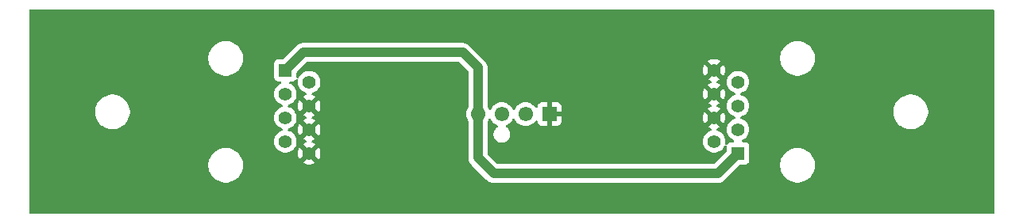
<source format=gbr>
%TF.GenerationSoftware,KiCad,Pcbnew,8.0.8*%
%TF.CreationDate,2025-03-10T16:10:23+01:00*%
%TF.ProjectId,DIYFAN _interface_V1,44495946-414e-4205-9f69-6e7465726661,rev?*%
%TF.SameCoordinates,Original*%
%TF.FileFunction,Copper,L2,Bot*%
%TF.FilePolarity,Positive*%
%FSLAX46Y46*%
G04 Gerber Fmt 4.6, Leading zero omitted, Abs format (unit mm)*
G04 Created by KiCad (PCBNEW 8.0.8) date 2025-03-10 16:10:23*
%MOMM*%
%LPD*%
G01*
G04 APERTURE LIST*
%TA.AperFunction,ComponentPad*%
%ADD10C,1.400000*%
%TD*%
%TA.AperFunction,ComponentPad*%
%ADD11R,1.400000X1.400000*%
%TD*%
%TA.AperFunction,ComponentPad*%
%ADD12R,1.530000X1.530000*%
%TD*%
%TA.AperFunction,ComponentPad*%
%ADD13C,1.550000*%
%TD*%
%TA.AperFunction,Conductor*%
%ADD14C,1.000000*%
%TD*%
G04 APERTURE END LIST*
D10*
%TO.P,J2,8,8*%
%TO.N,GND*%
X172842000Y-85725000D03*
%TO.P,J2,7,7*%
%TO.N,+12V*%
X175382000Y-86995000D03*
%TO.P,J2,6,6*%
%TO.N,GND*%
X172842000Y-88265000D03*
%TO.P,J2,5,5*%
%TO.N,+12V*%
X175382000Y-89535000D03*
%TO.P,J2,4,4*%
%TO.N,GND*%
X172842000Y-90805000D03*
%TO.P,J2,3,3*%
%TO.N,+12V*%
X175382000Y-92075000D03*
%TO.P,J2,2,2*%
%TO.N,unconnected-(J2-Pad2)*%
X172842000Y-93345000D03*
D11*
%TO.P,J2,1,1*%
%TO.N,PWM_D9*%
X175382000Y-94615000D03*
%TD*%
%TO.P,J1,1,1*%
%TO.N,PWM_D9*%
X127132000Y-85725000D03*
D10*
%TO.P,J1,2,2*%
%TO.N,unconnected-(J1-Pad2)*%
X129672000Y-86995000D03*
%TO.P,J1,3,3*%
%TO.N,+12V*%
X127132000Y-88265000D03*
%TO.P,J1,4,4*%
%TO.N,GND*%
X129672000Y-89535000D03*
%TO.P,J1,5,5*%
%TO.N,+12V*%
X127132000Y-90805000D03*
%TO.P,J1,6,6*%
%TO.N,GND*%
X129672000Y-92075000D03*
%TO.P,J1,7,7*%
%TO.N,+12V*%
X127132000Y-93345000D03*
%TO.P,J1,8,8*%
%TO.N,GND*%
X129672000Y-94615000D03*
%TD*%
D12*
%TO.P,J3,1,1*%
%TO.N,GND*%
X155286000Y-90415000D03*
D13*
%TO.P,J3,2,2*%
%TO.N,+12V*%
X152746000Y-90415000D03*
%TO.P,J3,3,3*%
%TO.N,unconnected-(J3-Pad3)*%
X150206000Y-90415000D03*
%TO.P,J3,4,4*%
%TO.N,PWM_D9*%
X147666000Y-90415000D03*
%TD*%
D14*
%TO.N,PWM_D9*%
X147666000Y-95088000D02*
X147666000Y-90415000D01*
X146050000Y-83820000D02*
X147666000Y-85436000D01*
X147666000Y-85436000D02*
X147666000Y-90415000D01*
X129037000Y-83820000D02*
X146050000Y-83820000D01*
X149352000Y-96774000D02*
X147666000Y-95088000D01*
X175382000Y-94615000D02*
X173223000Y-96774000D01*
X173223000Y-96774000D02*
X149352000Y-96774000D01*
X127132000Y-85725000D02*
X129037000Y-83820000D01*
%TD*%
%TA.AperFunction,Conductor*%
%TO.N,GND*%
G36*
X202642539Y-79260185D02*
G01*
X202688294Y-79312989D01*
X202699500Y-79364500D01*
X202699500Y-100975500D01*
X202679815Y-101042539D01*
X202627011Y-101088294D01*
X202575500Y-101099500D01*
X99938500Y-101099500D01*
X99871461Y-101079815D01*
X99825706Y-101027011D01*
X99814500Y-100975500D01*
X99814500Y-95763711D01*
X118931500Y-95763711D01*
X118931500Y-96006288D01*
X118963161Y-96246785D01*
X119025947Y-96481104D01*
X119118773Y-96705205D01*
X119118776Y-96705212D01*
X119240064Y-96915289D01*
X119240066Y-96915292D01*
X119240067Y-96915293D01*
X119387733Y-97107736D01*
X119387739Y-97107743D01*
X119559256Y-97279260D01*
X119559262Y-97279265D01*
X119751711Y-97426936D01*
X119961788Y-97548224D01*
X120185900Y-97641054D01*
X120420211Y-97703838D01*
X120600586Y-97727584D01*
X120660711Y-97735500D01*
X120660712Y-97735500D01*
X120903289Y-97735500D01*
X120951388Y-97729167D01*
X121143789Y-97703838D01*
X121378100Y-97641054D01*
X121602212Y-97548224D01*
X121812289Y-97426936D01*
X122004738Y-97279265D01*
X122176265Y-97107738D01*
X122323936Y-96915289D01*
X122445224Y-96705212D01*
X122538054Y-96481100D01*
X122600838Y-96246789D01*
X122632500Y-96006288D01*
X122632500Y-95763712D01*
X122631852Y-95758793D01*
X122605330Y-95557331D01*
X122600838Y-95523211D01*
X122538054Y-95288900D01*
X122445224Y-95064788D01*
X122323936Y-94854711D01*
X122176265Y-94662262D01*
X122176260Y-94662256D01*
X122004743Y-94490739D01*
X122004736Y-94490733D01*
X121812293Y-94343067D01*
X121812292Y-94343066D01*
X121812289Y-94343064D01*
X121602212Y-94221776D01*
X121602205Y-94221773D01*
X121378104Y-94128947D01*
X121143785Y-94066161D01*
X120903289Y-94034500D01*
X120903288Y-94034500D01*
X120660712Y-94034500D01*
X120660711Y-94034500D01*
X120420214Y-94066161D01*
X120185895Y-94128947D01*
X119961794Y-94221773D01*
X119961785Y-94221777D01*
X119751706Y-94343067D01*
X119559263Y-94490733D01*
X119559256Y-94490739D01*
X119387739Y-94662256D01*
X119387733Y-94662263D01*
X119240067Y-94854706D01*
X119118777Y-95064785D01*
X119118773Y-95064794D01*
X119025947Y-95288895D01*
X118963161Y-95523214D01*
X118931500Y-95763711D01*
X99814500Y-95763711D01*
X99814500Y-90048711D01*
X106861500Y-90048711D01*
X106861500Y-90291288D01*
X106893161Y-90531785D01*
X106955947Y-90766104D01*
X107048773Y-90990205D01*
X107048777Y-90990214D01*
X107051975Y-90995753D01*
X107170064Y-91200289D01*
X107170066Y-91200292D01*
X107170067Y-91200293D01*
X107317733Y-91392736D01*
X107317739Y-91392743D01*
X107489256Y-91564260D01*
X107489263Y-91564266D01*
X107587260Y-91639461D01*
X107681711Y-91711936D01*
X107891788Y-91833224D01*
X108115900Y-91926054D01*
X108350211Y-91988838D01*
X108530586Y-92012584D01*
X108590711Y-92020500D01*
X108590712Y-92020500D01*
X108833289Y-92020500D01*
X108883125Y-92013939D01*
X109073789Y-91988838D01*
X109308100Y-91926054D01*
X109532212Y-91833224D01*
X109742289Y-91711936D01*
X109934738Y-91564265D01*
X110106265Y-91392738D01*
X110253936Y-91200289D01*
X110375224Y-90990212D01*
X110468054Y-90766100D01*
X110530838Y-90531789D01*
X110562500Y-90291288D01*
X110562500Y-90048712D01*
X110530838Y-89808211D01*
X110468054Y-89573900D01*
X110375224Y-89349788D01*
X110253936Y-89139711D01*
X110106265Y-88947262D01*
X110106260Y-88947256D01*
X109934743Y-88775739D01*
X109934736Y-88775733D01*
X109742293Y-88628067D01*
X109742292Y-88628066D01*
X109742289Y-88628064D01*
X109532212Y-88506776D01*
X109483351Y-88486537D01*
X109308104Y-88413947D01*
X109162152Y-88374839D01*
X109073789Y-88351162D01*
X109073788Y-88351161D01*
X109073785Y-88351161D01*
X108833289Y-88319500D01*
X108833288Y-88319500D01*
X108590712Y-88319500D01*
X108590711Y-88319500D01*
X108350214Y-88351161D01*
X108115895Y-88413947D01*
X107891794Y-88506773D01*
X107891785Y-88506777D01*
X107681706Y-88628067D01*
X107489263Y-88775733D01*
X107489256Y-88775739D01*
X107317739Y-88947256D01*
X107317733Y-88947263D01*
X107170067Y-89139706D01*
X107170064Y-89139710D01*
X107170064Y-89139711D01*
X107160428Y-89156401D01*
X107048777Y-89349785D01*
X107048773Y-89349794D01*
X106955947Y-89573895D01*
X106893161Y-89808214D01*
X106861500Y-90048711D01*
X99814500Y-90048711D01*
X99814500Y-88264999D01*
X125926357Y-88264999D01*
X125926357Y-88265000D01*
X125946884Y-88486535D01*
X125946885Y-88486537D01*
X126007769Y-88700523D01*
X126007775Y-88700538D01*
X126106938Y-88899683D01*
X126106943Y-88899691D01*
X126241020Y-89077238D01*
X126405437Y-89227123D01*
X126405439Y-89227125D01*
X126594595Y-89344245D01*
X126594596Y-89344245D01*
X126594599Y-89344247D01*
X126788524Y-89419374D01*
X126843924Y-89461946D01*
X126867515Y-89527713D01*
X126851804Y-89595793D01*
X126801780Y-89644572D01*
X126788533Y-89650622D01*
X126640488Y-89707975D01*
X126594601Y-89725752D01*
X126594595Y-89725754D01*
X126405439Y-89842874D01*
X126405437Y-89842876D01*
X126241020Y-89992761D01*
X126106943Y-90170308D01*
X126106938Y-90170316D01*
X126007775Y-90369461D01*
X126007769Y-90369476D01*
X125946885Y-90583462D01*
X125946884Y-90583464D01*
X125926357Y-90804999D01*
X125926357Y-90805000D01*
X125946884Y-91026535D01*
X125946885Y-91026537D01*
X126007769Y-91240523D01*
X126007775Y-91240538D01*
X126106938Y-91439683D01*
X126106943Y-91439691D01*
X126241020Y-91617238D01*
X126405437Y-91767123D01*
X126405439Y-91767125D01*
X126594595Y-91884245D01*
X126594596Y-91884245D01*
X126594599Y-91884247D01*
X126788524Y-91959374D01*
X126843924Y-92001946D01*
X126867515Y-92067713D01*
X126851804Y-92135793D01*
X126801780Y-92184572D01*
X126788533Y-92190622D01*
X126640488Y-92247975D01*
X126594601Y-92265752D01*
X126594595Y-92265754D01*
X126405439Y-92382874D01*
X126405437Y-92382876D01*
X126241020Y-92532761D01*
X126106943Y-92710308D01*
X126106938Y-92710316D01*
X126007775Y-92909461D01*
X126007769Y-92909476D01*
X125946885Y-93123462D01*
X125946884Y-93123464D01*
X125926357Y-93344999D01*
X125926357Y-93345000D01*
X125946884Y-93566535D01*
X125946885Y-93566537D01*
X126007769Y-93780523D01*
X126007775Y-93780538D01*
X126106938Y-93979683D01*
X126106943Y-93979691D01*
X126241020Y-94157238D01*
X126405437Y-94307123D01*
X126405439Y-94307125D01*
X126594595Y-94424245D01*
X126594596Y-94424245D01*
X126594599Y-94424247D01*
X126802060Y-94504618D01*
X127020757Y-94545500D01*
X127020759Y-94545500D01*
X127243241Y-94545500D01*
X127243243Y-94545500D01*
X127461940Y-94504618D01*
X127669401Y-94424247D01*
X127858562Y-94307124D01*
X128022981Y-94157236D01*
X128157058Y-93979689D01*
X128256229Y-93780528D01*
X128317115Y-93566536D01*
X128337643Y-93345000D01*
X128331917Y-93283211D01*
X128317115Y-93123464D01*
X128317114Y-93123462D01*
X128282426Y-93001547D01*
X128256229Y-92909472D01*
X128245157Y-92887236D01*
X128157061Y-92710316D01*
X128157056Y-92710308D01*
X128022979Y-92532761D01*
X127858562Y-92382876D01*
X127858560Y-92382874D01*
X127669404Y-92265754D01*
X127669395Y-92265750D01*
X127575956Y-92229552D01*
X127475475Y-92190625D01*
X127420075Y-92148054D01*
X127396484Y-92082288D01*
X127412195Y-92014207D01*
X127462219Y-91965428D01*
X127475466Y-91959377D01*
X127669401Y-91884247D01*
X127858562Y-91767124D01*
X128022981Y-91617236D01*
X128157058Y-91439689D01*
X128256229Y-91240528D01*
X128317115Y-91026536D01*
X128337643Y-90805000D01*
X128334038Y-90766100D01*
X128317115Y-90583464D01*
X128317114Y-90583462D01*
X128301531Y-90528694D01*
X128256229Y-90369472D01*
X128168187Y-90192660D01*
X128157061Y-90170316D01*
X128157056Y-90170308D01*
X128022979Y-89992761D01*
X127858562Y-89842876D01*
X127858560Y-89842874D01*
X127669404Y-89725754D01*
X127669395Y-89725750D01*
X127566487Y-89685884D01*
X127475475Y-89650625D01*
X127420075Y-89608054D01*
X127396484Y-89542288D01*
X127412195Y-89474207D01*
X127462219Y-89425428D01*
X127475466Y-89419377D01*
X127669401Y-89344247D01*
X127858562Y-89227124D01*
X128022981Y-89077236D01*
X128157058Y-88899689D01*
X128256229Y-88700528D01*
X128317115Y-88486536D01*
X128337643Y-88265000D01*
X128326953Y-88149640D01*
X128317115Y-88043464D01*
X128317114Y-88043462D01*
X128301531Y-87988694D01*
X128256229Y-87829472D01*
X128245157Y-87807236D01*
X128157061Y-87630316D01*
X128157056Y-87630308D01*
X128022979Y-87452761D01*
X127858562Y-87302876D01*
X127858560Y-87302874D01*
X127669404Y-87185754D01*
X127669395Y-87185750D01*
X127616157Y-87165126D01*
X127560755Y-87122553D01*
X127537164Y-87056786D01*
X127552875Y-86988706D01*
X127602899Y-86939927D01*
X127660949Y-86925499D01*
X127879872Y-86925499D01*
X127939483Y-86919091D01*
X128074331Y-86868796D01*
X128189546Y-86782546D01*
X128264659Y-86682207D01*
X128320590Y-86640339D01*
X128390281Y-86635355D01*
X128451604Y-86668840D01*
X128485089Y-86730163D01*
X128487394Y-86767962D01*
X128466357Y-86994998D01*
X128466357Y-86995000D01*
X128486884Y-87216535D01*
X128486885Y-87216537D01*
X128547769Y-87430523D01*
X128547775Y-87430538D01*
X128646938Y-87629683D01*
X128646943Y-87629691D01*
X128781020Y-87807238D01*
X128945437Y-87957123D01*
X128945439Y-87957125D01*
X129134595Y-88074245D01*
X129134596Y-88074245D01*
X129134599Y-88074247D01*
X129329215Y-88149642D01*
X129384614Y-88192213D01*
X129408205Y-88257980D01*
X129392494Y-88326060D01*
X129342470Y-88374839D01*
X129329213Y-88380893D01*
X129134833Y-88456196D01*
X129134818Y-88456204D01*
X129018672Y-88528117D01*
X129018671Y-88528118D01*
X129583415Y-89092861D01*
X129498306Y-89115667D01*
X129395694Y-89174910D01*
X129311910Y-89258694D01*
X129252667Y-89361306D01*
X129229861Y-89446414D01*
X128663138Y-88879691D01*
X128663137Y-88879691D01*
X128647369Y-88900571D01*
X128548240Y-89099649D01*
X128487378Y-89313560D01*
X128466859Y-89534999D01*
X128466859Y-89535000D01*
X128487378Y-89756439D01*
X128548240Y-89970350D01*
X128647364Y-90169419D01*
X128647366Y-90169421D01*
X128663138Y-90190306D01*
X129229861Y-89623584D01*
X129252667Y-89708694D01*
X129311910Y-89811306D01*
X129395694Y-89895090D01*
X129498306Y-89954333D01*
X129583415Y-89977138D01*
X129018671Y-90541880D01*
X129134823Y-90613798D01*
X129134824Y-90613799D01*
X129329903Y-90689373D01*
X129385305Y-90731946D01*
X129408895Y-90797713D01*
X129393184Y-90865793D01*
X129343160Y-90914572D01*
X129329903Y-90920627D01*
X129134824Y-90996200D01*
X129134818Y-90996204D01*
X129018672Y-91068117D01*
X129018671Y-91068118D01*
X129583415Y-91632861D01*
X129498306Y-91655667D01*
X129395694Y-91714910D01*
X129311910Y-91798694D01*
X129252667Y-91901306D01*
X129229861Y-91986414D01*
X128663138Y-91419691D01*
X128663137Y-91419691D01*
X128647369Y-91440571D01*
X128548240Y-91639649D01*
X128487378Y-91853560D01*
X128466859Y-92074999D01*
X128466859Y-92075000D01*
X128487378Y-92296439D01*
X128548240Y-92510350D01*
X128647364Y-92709419D01*
X128647366Y-92709421D01*
X128663138Y-92730306D01*
X129229861Y-92163584D01*
X129252667Y-92248694D01*
X129311910Y-92351306D01*
X129395694Y-92435090D01*
X129498306Y-92494333D01*
X129583415Y-92517138D01*
X129018671Y-93081880D01*
X129134823Y-93153798D01*
X129134824Y-93153799D01*
X129329903Y-93229373D01*
X129385305Y-93271946D01*
X129408895Y-93337713D01*
X129393184Y-93405793D01*
X129343160Y-93454572D01*
X129329903Y-93460627D01*
X129134824Y-93536200D01*
X129134818Y-93536204D01*
X129018672Y-93608117D01*
X129018671Y-93608118D01*
X129583415Y-94172861D01*
X129498306Y-94195667D01*
X129395694Y-94254910D01*
X129311910Y-94338694D01*
X129252667Y-94441306D01*
X129229861Y-94526414D01*
X128663138Y-93959691D01*
X128663137Y-93959691D01*
X128647369Y-93980571D01*
X128548240Y-94179649D01*
X128487378Y-94393560D01*
X128466859Y-94614999D01*
X128466859Y-94615000D01*
X128487378Y-94836439D01*
X128548240Y-95050350D01*
X128647364Y-95249419D01*
X128647366Y-95249421D01*
X128663138Y-95270306D01*
X129229861Y-94703584D01*
X129252667Y-94788694D01*
X129311910Y-94891306D01*
X129395694Y-94975090D01*
X129498306Y-95034333D01*
X129583415Y-95057138D01*
X129018671Y-95621880D01*
X129134823Y-95693798D01*
X129134824Y-95693799D01*
X129342195Y-95774134D01*
X129560807Y-95815000D01*
X129783193Y-95815000D01*
X130001804Y-95774134D01*
X130209177Y-95693798D01*
X130209178Y-95693797D01*
X130325327Y-95621880D01*
X129760585Y-95057138D01*
X129845694Y-95034333D01*
X129948306Y-94975090D01*
X130032090Y-94891306D01*
X130091333Y-94788694D01*
X130114138Y-94703584D01*
X130680860Y-95270306D01*
X130680861Y-95270306D01*
X130696631Y-95249425D01*
X130696632Y-95249422D01*
X130795759Y-95050350D01*
X130856621Y-94836439D01*
X130877141Y-94615000D01*
X130877141Y-94614999D01*
X130856621Y-94393560D01*
X130795759Y-94179649D01*
X130696633Y-93980577D01*
X130696631Y-93980574D01*
X130680860Y-93959691D01*
X130114137Y-94526414D01*
X130091333Y-94441306D01*
X130032090Y-94338694D01*
X129948306Y-94254910D01*
X129845694Y-94195667D01*
X129760584Y-94172861D01*
X130325327Y-93608118D01*
X130325326Y-93608117D01*
X130209181Y-93536203D01*
X130209175Y-93536200D01*
X130014096Y-93460627D01*
X129958695Y-93418054D01*
X129935104Y-93352287D01*
X129950815Y-93284207D01*
X130000839Y-93235428D01*
X130014096Y-93229373D01*
X130209177Y-93153798D01*
X130209178Y-93153797D01*
X130325327Y-93081880D01*
X129760585Y-92517138D01*
X129845694Y-92494333D01*
X129948306Y-92435090D01*
X130032090Y-92351306D01*
X130091333Y-92248694D01*
X130114138Y-92163584D01*
X130680860Y-92730306D01*
X130680861Y-92730306D01*
X130696631Y-92709425D01*
X130696632Y-92709422D01*
X130795759Y-92510350D01*
X130856621Y-92296439D01*
X130877141Y-92075000D01*
X130877141Y-92074999D01*
X130856621Y-91853560D01*
X130795759Y-91639649D01*
X130696633Y-91440577D01*
X130696631Y-91440574D01*
X130680860Y-91419691D01*
X130114137Y-91986414D01*
X130091333Y-91901306D01*
X130032090Y-91798694D01*
X129948306Y-91714910D01*
X129845694Y-91655667D01*
X129760584Y-91632861D01*
X130325327Y-91068118D01*
X130325326Y-91068117D01*
X130209181Y-90996203D01*
X130209175Y-90996200D01*
X130014096Y-90920627D01*
X129958695Y-90878054D01*
X129935104Y-90812287D01*
X129950815Y-90744207D01*
X130000839Y-90695428D01*
X130014096Y-90689373D01*
X130209177Y-90613798D01*
X130209178Y-90613797D01*
X130325327Y-90541880D01*
X129760585Y-89977138D01*
X129845694Y-89954333D01*
X129948306Y-89895090D01*
X130032090Y-89811306D01*
X130091333Y-89708694D01*
X130114138Y-89623584D01*
X130680860Y-90190306D01*
X130680861Y-90190306D01*
X130696631Y-90169425D01*
X130696632Y-90169422D01*
X130795759Y-89970350D01*
X130856621Y-89756439D01*
X130877141Y-89535000D01*
X130877141Y-89534999D01*
X130856621Y-89313560D01*
X130795759Y-89099649D01*
X130696633Y-88900577D01*
X130696631Y-88900574D01*
X130680860Y-88879691D01*
X130114137Y-89446414D01*
X130091333Y-89361306D01*
X130032090Y-89258694D01*
X129948306Y-89174910D01*
X129845694Y-89115667D01*
X129760584Y-89092861D01*
X130325327Y-88528118D01*
X130325326Y-88528117D01*
X130209181Y-88456203D01*
X130209175Y-88456200D01*
X130014786Y-88380894D01*
X129959384Y-88338321D01*
X129935794Y-88272554D01*
X129951505Y-88204474D01*
X130001529Y-88155695D01*
X130014772Y-88149646D01*
X130209401Y-88074247D01*
X130398562Y-87957124D01*
X130562981Y-87807236D01*
X130697058Y-87629689D01*
X130796229Y-87430528D01*
X130857115Y-87216536D01*
X130877643Y-86995000D01*
X130857115Y-86773464D01*
X130796229Y-86559472D01*
X130782790Y-86532483D01*
X130697061Y-86360316D01*
X130697056Y-86360308D01*
X130562979Y-86182761D01*
X130398562Y-86032876D01*
X130398560Y-86032874D01*
X130209404Y-85915754D01*
X130209398Y-85915752D01*
X130001940Y-85835382D01*
X129783243Y-85794500D01*
X129560757Y-85794500D01*
X129342060Y-85835382D01*
X129303243Y-85850420D01*
X129134601Y-85915752D01*
X129134595Y-85915754D01*
X128945439Y-86032874D01*
X128945437Y-86032876D01*
X128781020Y-86182761D01*
X128646943Y-86360308D01*
X128646938Y-86360316D01*
X128567499Y-86519850D01*
X128519995Y-86571087D01*
X128452332Y-86588508D01*
X128385992Y-86566582D01*
X128342037Y-86512270D01*
X128332499Y-86464582D01*
X128332499Y-85990780D01*
X128352184Y-85923742D01*
X128368813Y-85903105D01*
X129415101Y-84856819D01*
X129476424Y-84823334D01*
X129502782Y-84820500D01*
X145584218Y-84820500D01*
X145651257Y-84840185D01*
X145671899Y-84856819D01*
X146629181Y-85814101D01*
X146662666Y-85875424D01*
X146665500Y-85901782D01*
X146665500Y-89580998D01*
X146645815Y-89648037D01*
X146643075Y-89652121D01*
X146557167Y-89774809D01*
X146557165Y-89774813D01*
X146483929Y-89931869D01*
X146465903Y-89970528D01*
X146462845Y-89977085D01*
X146462841Y-89977094D01*
X146405081Y-90192660D01*
X146405079Y-90192670D01*
X146385628Y-90414999D01*
X146385628Y-90415000D01*
X146405079Y-90637329D01*
X146405081Y-90637339D01*
X146462841Y-90852905D01*
X146462843Y-90852909D01*
X146462844Y-90852913D01*
X146543760Y-91026439D01*
X146557165Y-91055186D01*
X146557169Y-91055192D01*
X146643074Y-91177876D01*
X146665402Y-91244082D01*
X146665500Y-91249000D01*
X146665500Y-95186541D01*
X146665500Y-95186543D01*
X146665499Y-95186543D01*
X146703947Y-95379829D01*
X146703950Y-95379839D01*
X146779364Y-95561907D01*
X146779371Y-95561920D01*
X146888860Y-95725781D01*
X146888863Y-95725785D01*
X147032537Y-95869459D01*
X147032559Y-95869479D01*
X148571735Y-97408655D01*
X148571764Y-97408686D01*
X148714214Y-97551136D01*
X148714218Y-97551139D01*
X148878079Y-97660628D01*
X148878092Y-97660635D01*
X149006833Y-97713961D01*
X149049744Y-97731735D01*
X149060164Y-97736051D01*
X149156812Y-97755275D01*
X149205135Y-97764887D01*
X149253458Y-97774500D01*
X149253459Y-97774500D01*
X173321542Y-97774500D01*
X173340870Y-97770655D01*
X173418188Y-97755275D01*
X173514836Y-97736051D01*
X173568165Y-97713961D01*
X173696914Y-97660632D01*
X173860782Y-97551139D01*
X174000139Y-97411782D01*
X174000140Y-97411779D01*
X174007206Y-97404714D01*
X174007209Y-97404710D01*
X175560101Y-95851818D01*
X175621424Y-95818333D01*
X175647782Y-95815499D01*
X176129871Y-95815499D01*
X176129872Y-95815499D01*
X176189483Y-95809091D01*
X176311153Y-95763711D01*
X179881500Y-95763711D01*
X179881500Y-96006288D01*
X179913161Y-96246785D01*
X179975947Y-96481104D01*
X180068773Y-96705205D01*
X180068776Y-96705212D01*
X180190064Y-96915289D01*
X180190066Y-96915292D01*
X180190067Y-96915293D01*
X180337733Y-97107736D01*
X180337739Y-97107743D01*
X180509256Y-97279260D01*
X180509262Y-97279265D01*
X180701711Y-97426936D01*
X180911788Y-97548224D01*
X181135900Y-97641054D01*
X181370211Y-97703838D01*
X181550586Y-97727584D01*
X181610711Y-97735500D01*
X181610712Y-97735500D01*
X181853289Y-97735500D01*
X181901388Y-97729167D01*
X182093789Y-97703838D01*
X182328100Y-97641054D01*
X182552212Y-97548224D01*
X182762289Y-97426936D01*
X182954738Y-97279265D01*
X183126265Y-97107738D01*
X183273936Y-96915289D01*
X183395224Y-96705212D01*
X183488054Y-96481100D01*
X183550838Y-96246789D01*
X183582500Y-96006288D01*
X183582500Y-95763712D01*
X183581852Y-95758793D01*
X183555330Y-95557331D01*
X183550838Y-95523211D01*
X183488054Y-95288900D01*
X183395224Y-95064788D01*
X183273936Y-94854711D01*
X183126265Y-94662262D01*
X183126260Y-94662256D01*
X182954743Y-94490739D01*
X182954736Y-94490733D01*
X182762293Y-94343067D01*
X182762292Y-94343066D01*
X182762289Y-94343064D01*
X182552212Y-94221776D01*
X182552205Y-94221773D01*
X182328104Y-94128947D01*
X182093785Y-94066161D01*
X181853289Y-94034500D01*
X181853288Y-94034500D01*
X181610712Y-94034500D01*
X181610711Y-94034500D01*
X181370214Y-94066161D01*
X181135895Y-94128947D01*
X180911794Y-94221773D01*
X180911785Y-94221777D01*
X180701706Y-94343067D01*
X180509263Y-94490733D01*
X180509256Y-94490739D01*
X180337739Y-94662256D01*
X180337733Y-94662263D01*
X180190067Y-94854706D01*
X180068777Y-95064785D01*
X180068773Y-95064794D01*
X179975947Y-95288895D01*
X179913161Y-95523214D01*
X179881500Y-95763711D01*
X176311153Y-95763711D01*
X176324331Y-95758796D01*
X176439546Y-95672546D01*
X176525796Y-95557331D01*
X176576091Y-95422483D01*
X176582500Y-95362873D01*
X176582499Y-93867128D01*
X176576091Y-93807517D01*
X176566028Y-93780538D01*
X176525797Y-93672671D01*
X176525793Y-93672664D01*
X176439547Y-93557455D01*
X176439544Y-93557452D01*
X176324335Y-93471206D01*
X176324328Y-93471202D01*
X176189482Y-93420908D01*
X176189483Y-93420908D01*
X176129883Y-93414501D01*
X176129881Y-93414500D01*
X176129873Y-93414500D01*
X176129865Y-93414500D01*
X175910952Y-93414500D01*
X175843913Y-93394815D01*
X175798158Y-93342011D01*
X175788214Y-93272853D01*
X175817239Y-93209297D01*
X175866159Y-93174873D01*
X175919401Y-93154247D01*
X176108562Y-93037124D01*
X176272981Y-92887236D01*
X176407058Y-92709689D01*
X176506229Y-92510528D01*
X176567115Y-92296536D01*
X176587643Y-92075000D01*
X176567115Y-91853464D01*
X176506229Y-91639472D01*
X176499023Y-91625000D01*
X176407061Y-91440316D01*
X176407056Y-91440308D01*
X176272979Y-91262761D01*
X176108562Y-91112876D01*
X176108560Y-91112874D01*
X175919404Y-90995754D01*
X175919395Y-90995750D01*
X175802770Y-90950570D01*
X175725475Y-90920625D01*
X175670075Y-90878054D01*
X175646484Y-90812288D01*
X175662195Y-90744207D01*
X175712219Y-90695428D01*
X175725466Y-90689377D01*
X175919401Y-90614247D01*
X176108562Y-90497124D01*
X176272981Y-90347236D01*
X176407058Y-90169689D01*
X176467298Y-90048711D01*
X191951500Y-90048711D01*
X191951500Y-90291288D01*
X191983161Y-90531785D01*
X192045947Y-90766104D01*
X192138773Y-90990205D01*
X192138777Y-90990214D01*
X192141975Y-90995753D01*
X192260064Y-91200289D01*
X192260066Y-91200292D01*
X192260067Y-91200293D01*
X192407733Y-91392736D01*
X192407739Y-91392743D01*
X192579256Y-91564260D01*
X192579263Y-91564266D01*
X192677260Y-91639461D01*
X192771711Y-91711936D01*
X192981788Y-91833224D01*
X193205900Y-91926054D01*
X193440211Y-91988838D01*
X193620586Y-92012584D01*
X193680711Y-92020500D01*
X193680712Y-92020500D01*
X193923289Y-92020500D01*
X193973125Y-92013939D01*
X194163789Y-91988838D01*
X194398100Y-91926054D01*
X194622212Y-91833224D01*
X194832289Y-91711936D01*
X195024738Y-91564265D01*
X195196265Y-91392738D01*
X195343936Y-91200289D01*
X195465224Y-90990212D01*
X195558054Y-90766100D01*
X195620838Y-90531789D01*
X195652500Y-90291288D01*
X195652500Y-90048712D01*
X195620838Y-89808211D01*
X195558054Y-89573900D01*
X195465224Y-89349788D01*
X195343936Y-89139711D01*
X195196265Y-88947262D01*
X195196260Y-88947256D01*
X195024743Y-88775739D01*
X195024736Y-88775733D01*
X194832293Y-88628067D01*
X194832292Y-88628066D01*
X194832289Y-88628064D01*
X194622212Y-88506776D01*
X194573351Y-88486537D01*
X194398104Y-88413947D01*
X194252152Y-88374839D01*
X194163789Y-88351162D01*
X194163788Y-88351161D01*
X194163785Y-88351161D01*
X193923289Y-88319500D01*
X193923288Y-88319500D01*
X193680712Y-88319500D01*
X193680711Y-88319500D01*
X193440214Y-88351161D01*
X193205895Y-88413947D01*
X192981794Y-88506773D01*
X192981785Y-88506777D01*
X192771706Y-88628067D01*
X192579263Y-88775733D01*
X192579256Y-88775739D01*
X192407739Y-88947256D01*
X192407733Y-88947263D01*
X192260067Y-89139706D01*
X192260064Y-89139710D01*
X192260064Y-89139711D01*
X192250428Y-89156401D01*
X192138777Y-89349785D01*
X192138773Y-89349794D01*
X192045947Y-89573895D01*
X191983161Y-89808214D01*
X191951500Y-90048711D01*
X176467298Y-90048711D01*
X176506229Y-89970528D01*
X176567115Y-89756536D01*
X176587643Y-89535000D01*
X176567115Y-89313464D01*
X176506229Y-89099472D01*
X176495157Y-89077236D01*
X176407061Y-88900316D01*
X176407056Y-88900308D01*
X176272979Y-88722761D01*
X176108562Y-88572876D01*
X176108560Y-88572874D01*
X175919404Y-88455754D01*
X175919395Y-88455750D01*
X175825956Y-88419552D01*
X175725475Y-88380625D01*
X175670075Y-88338054D01*
X175646484Y-88272288D01*
X175662195Y-88204207D01*
X175712219Y-88155428D01*
X175725466Y-88149377D01*
X175919401Y-88074247D01*
X176108562Y-87957124D01*
X176272981Y-87807236D01*
X176407058Y-87629689D01*
X176506229Y-87430528D01*
X176567115Y-87216536D01*
X176587643Y-86995000D01*
X176567115Y-86773464D01*
X176506229Y-86559472D01*
X176492790Y-86532483D01*
X176407061Y-86360316D01*
X176407056Y-86360308D01*
X176272979Y-86182761D01*
X176108562Y-86032876D01*
X176108560Y-86032874D01*
X175919404Y-85915754D01*
X175919398Y-85915752D01*
X175711940Y-85835382D01*
X175493243Y-85794500D01*
X175270757Y-85794500D01*
X175052060Y-85835382D01*
X175013243Y-85850420D01*
X174844601Y-85915752D01*
X174844595Y-85915754D01*
X174655439Y-86032874D01*
X174655437Y-86032876D01*
X174491020Y-86182761D01*
X174356943Y-86360308D01*
X174356938Y-86360316D01*
X174257775Y-86559461D01*
X174257769Y-86559476D01*
X174196885Y-86773462D01*
X174196884Y-86773464D01*
X174176357Y-86994999D01*
X174176357Y-86995000D01*
X174196884Y-87216535D01*
X174196885Y-87216537D01*
X174257769Y-87430523D01*
X174257775Y-87430538D01*
X174356938Y-87629683D01*
X174356943Y-87629691D01*
X174491020Y-87807238D01*
X174655437Y-87957123D01*
X174655439Y-87957125D01*
X174844595Y-88074245D01*
X174844596Y-88074245D01*
X174844599Y-88074247D01*
X175038524Y-88149374D01*
X175093924Y-88191946D01*
X175117515Y-88257713D01*
X175101804Y-88325793D01*
X175051780Y-88374572D01*
X175038533Y-88380622D01*
X174890488Y-88437975D01*
X174844601Y-88455752D01*
X174844595Y-88455754D01*
X174655439Y-88572874D01*
X174655437Y-88572876D01*
X174491020Y-88722761D01*
X174356943Y-88900308D01*
X174356938Y-88900316D01*
X174257775Y-89099461D01*
X174257769Y-89099476D01*
X174196885Y-89313462D01*
X174196884Y-89313464D01*
X174176357Y-89534999D01*
X174176357Y-89535000D01*
X174196884Y-89756535D01*
X174196885Y-89756537D01*
X174257769Y-89970523D01*
X174257775Y-89970538D01*
X174356938Y-90169683D01*
X174356943Y-90169691D01*
X174491020Y-90347238D01*
X174655437Y-90497123D01*
X174655439Y-90497125D01*
X174844595Y-90614245D01*
X174844596Y-90614245D01*
X174844599Y-90614247D01*
X175038524Y-90689374D01*
X175093924Y-90731946D01*
X175117515Y-90797713D01*
X175101804Y-90865793D01*
X175051780Y-90914572D01*
X175038533Y-90920622D01*
X174961230Y-90950570D01*
X174844601Y-90995752D01*
X174844595Y-90995754D01*
X174655439Y-91112874D01*
X174655437Y-91112876D01*
X174491020Y-91262761D01*
X174356943Y-91440308D01*
X174356938Y-91440316D01*
X174257775Y-91639461D01*
X174257769Y-91639476D01*
X174196885Y-91853462D01*
X174196884Y-91853464D01*
X174176357Y-92074999D01*
X174176357Y-92075000D01*
X174196884Y-92296535D01*
X174196885Y-92296537D01*
X174257769Y-92510523D01*
X174257775Y-92510538D01*
X174356938Y-92709683D01*
X174356943Y-92709691D01*
X174491020Y-92887238D01*
X174655437Y-93037123D01*
X174655439Y-93037125D01*
X174844595Y-93154245D01*
X174844607Y-93154251D01*
X174897841Y-93174873D01*
X174953244Y-93217445D01*
X174976835Y-93283211D01*
X174961125Y-93351292D01*
X174911101Y-93400072D01*
X174853050Y-93414500D01*
X174634130Y-93414500D01*
X174634123Y-93414501D01*
X174574516Y-93420908D01*
X174439671Y-93471202D01*
X174439664Y-93471206D01*
X174324455Y-93557452D01*
X174249342Y-93657790D01*
X174193408Y-93699660D01*
X174123717Y-93704644D01*
X174062394Y-93671158D01*
X174028909Y-93609835D01*
X174026605Y-93572037D01*
X174027957Y-93557454D01*
X174047643Y-93345000D01*
X174041917Y-93283211D01*
X174027115Y-93123464D01*
X174027114Y-93123462D01*
X173992426Y-93001547D01*
X173966229Y-92909472D01*
X173955157Y-92887236D01*
X173867061Y-92710316D01*
X173867056Y-92710308D01*
X173732979Y-92532761D01*
X173568562Y-92382876D01*
X173568560Y-92382874D01*
X173379404Y-92265754D01*
X173379398Y-92265751D01*
X173249967Y-92215610D01*
X173184784Y-92190358D01*
X173129385Y-92147786D01*
X173105794Y-92082019D01*
X173121505Y-92013939D01*
X173171529Y-91965160D01*
X173184786Y-91959105D01*
X173379177Y-91883798D01*
X173379178Y-91883797D01*
X173495327Y-91811880D01*
X172930585Y-91247138D01*
X173015694Y-91224333D01*
X173118306Y-91165090D01*
X173202090Y-91081306D01*
X173261333Y-90978694D01*
X173284138Y-90893584D01*
X173850860Y-91460306D01*
X173850861Y-91460306D01*
X173866631Y-91439425D01*
X173866632Y-91439422D01*
X173965759Y-91240350D01*
X174026621Y-91026439D01*
X174047141Y-90805000D01*
X174047141Y-90804999D01*
X174026621Y-90583560D01*
X173965759Y-90369649D01*
X173866633Y-90170577D01*
X173866631Y-90170574D01*
X173850860Y-90149691D01*
X173284137Y-90716414D01*
X173261333Y-90631306D01*
X173202090Y-90528694D01*
X173118306Y-90444910D01*
X173015694Y-90385667D01*
X172930584Y-90362861D01*
X173495327Y-89798118D01*
X173495326Y-89798117D01*
X173379181Y-89726203D01*
X173379175Y-89726200D01*
X173184096Y-89650627D01*
X173128695Y-89608054D01*
X173105104Y-89542287D01*
X173120815Y-89474207D01*
X173170839Y-89425428D01*
X173184096Y-89419373D01*
X173379177Y-89343798D01*
X173379178Y-89343797D01*
X173495327Y-89271880D01*
X172930585Y-88707138D01*
X173015694Y-88684333D01*
X173118306Y-88625090D01*
X173202090Y-88541306D01*
X173261333Y-88438694D01*
X173284138Y-88353584D01*
X173850860Y-88920306D01*
X173850861Y-88920306D01*
X173866631Y-88899425D01*
X173866632Y-88899422D01*
X173965759Y-88700350D01*
X174026621Y-88486439D01*
X174047141Y-88265000D01*
X174047141Y-88264999D01*
X174026621Y-88043560D01*
X173965759Y-87829649D01*
X173866633Y-87630577D01*
X173866631Y-87630574D01*
X173850860Y-87609691D01*
X173284137Y-88176414D01*
X173261333Y-88091306D01*
X173202090Y-87988694D01*
X173118306Y-87904910D01*
X173015694Y-87845667D01*
X172930584Y-87822861D01*
X173495327Y-87258118D01*
X173495326Y-87258117D01*
X173379181Y-87186203D01*
X173379175Y-87186200D01*
X173184096Y-87110627D01*
X173128695Y-87068054D01*
X173105104Y-87002287D01*
X173120815Y-86934207D01*
X173170839Y-86885428D01*
X173184096Y-86879373D01*
X173379177Y-86803798D01*
X173379178Y-86803797D01*
X173495327Y-86731880D01*
X172930585Y-86167138D01*
X173015694Y-86144333D01*
X173118306Y-86085090D01*
X173202090Y-86001306D01*
X173261333Y-85898694D01*
X173284138Y-85813584D01*
X173850860Y-86380306D01*
X173850861Y-86380306D01*
X173866631Y-86359425D01*
X173866632Y-86359422D01*
X173965759Y-86160350D01*
X174026621Y-85946439D01*
X174047141Y-85725000D01*
X174047141Y-85724999D01*
X174026621Y-85503560D01*
X173965759Y-85289649D01*
X173866633Y-85090577D01*
X173866631Y-85090574D01*
X173850860Y-85069691D01*
X173284137Y-85636414D01*
X173261333Y-85551306D01*
X173202090Y-85448694D01*
X173118306Y-85364910D01*
X173015694Y-85305667D01*
X172930584Y-85282861D01*
X173495327Y-84718118D01*
X173495326Y-84718117D01*
X173379181Y-84646203D01*
X173379175Y-84646200D01*
X173171804Y-84565865D01*
X172953193Y-84525000D01*
X172730807Y-84525000D01*
X172512195Y-84565865D01*
X172304824Y-84646200D01*
X172304818Y-84646204D01*
X172188672Y-84718117D01*
X172188671Y-84718118D01*
X172753415Y-85282861D01*
X172668306Y-85305667D01*
X172565694Y-85364910D01*
X172481910Y-85448694D01*
X172422667Y-85551306D01*
X172399861Y-85636414D01*
X171833138Y-85069691D01*
X171833137Y-85069691D01*
X171817369Y-85090571D01*
X171718240Y-85289649D01*
X171657378Y-85503560D01*
X171636859Y-85724999D01*
X171636859Y-85725000D01*
X171657378Y-85946439D01*
X171718240Y-86160350D01*
X171817364Y-86359419D01*
X171817366Y-86359421D01*
X171833138Y-86380306D01*
X172399861Y-85813584D01*
X172422667Y-85898694D01*
X172481910Y-86001306D01*
X172565694Y-86085090D01*
X172668306Y-86144333D01*
X172753415Y-86167138D01*
X172188671Y-86731880D01*
X172304823Y-86803798D01*
X172304824Y-86803799D01*
X172499903Y-86879373D01*
X172555305Y-86921946D01*
X172578895Y-86987713D01*
X172563184Y-87055793D01*
X172513160Y-87104572D01*
X172499903Y-87110627D01*
X172304824Y-87186200D01*
X172304818Y-87186204D01*
X172188672Y-87258117D01*
X172188671Y-87258118D01*
X172753415Y-87822861D01*
X172668306Y-87845667D01*
X172565694Y-87904910D01*
X172481910Y-87988694D01*
X172422667Y-88091306D01*
X172399861Y-88176414D01*
X171833138Y-87609691D01*
X171833137Y-87609691D01*
X171817369Y-87630571D01*
X171718240Y-87829649D01*
X171657378Y-88043560D01*
X171636859Y-88264999D01*
X171636859Y-88265000D01*
X171657378Y-88486439D01*
X171718240Y-88700350D01*
X171817364Y-88899419D01*
X171817366Y-88899421D01*
X171833138Y-88920306D01*
X172399861Y-88353584D01*
X172422667Y-88438694D01*
X172481910Y-88541306D01*
X172565694Y-88625090D01*
X172668306Y-88684333D01*
X172753415Y-88707138D01*
X172188671Y-89271880D01*
X172304823Y-89343798D01*
X172304824Y-89343799D01*
X172499903Y-89419373D01*
X172555305Y-89461946D01*
X172578895Y-89527713D01*
X172563184Y-89595793D01*
X172513160Y-89644572D01*
X172499903Y-89650627D01*
X172304824Y-89726200D01*
X172304818Y-89726204D01*
X172188672Y-89798117D01*
X172188671Y-89798118D01*
X172753415Y-90362861D01*
X172668306Y-90385667D01*
X172565694Y-90444910D01*
X172481910Y-90528694D01*
X172422667Y-90631306D01*
X172399861Y-90716414D01*
X171833138Y-90149691D01*
X171833137Y-90149691D01*
X171817369Y-90170571D01*
X171718240Y-90369649D01*
X171657378Y-90583560D01*
X171636859Y-90804999D01*
X171636859Y-90805000D01*
X171657378Y-91026439D01*
X171718240Y-91240350D01*
X171817364Y-91439419D01*
X171817366Y-91439421D01*
X171833138Y-91460306D01*
X172399861Y-90893584D01*
X172422667Y-90978694D01*
X172481910Y-91081306D01*
X172565694Y-91165090D01*
X172668306Y-91224333D01*
X172753415Y-91247138D01*
X172188671Y-91811880D01*
X172304823Y-91883798D01*
X172304824Y-91883799D01*
X172499213Y-91959105D01*
X172554614Y-92001678D01*
X172578205Y-92067445D01*
X172562494Y-92135525D01*
X172512470Y-92184304D01*
X172499213Y-92190359D01*
X172304601Y-92265751D01*
X172304595Y-92265754D01*
X172115439Y-92382874D01*
X172115437Y-92382876D01*
X171951020Y-92532761D01*
X171816943Y-92710308D01*
X171816938Y-92710316D01*
X171717775Y-92909461D01*
X171717769Y-92909476D01*
X171656885Y-93123462D01*
X171656884Y-93123464D01*
X171636357Y-93344999D01*
X171636357Y-93345000D01*
X171656884Y-93566535D01*
X171656885Y-93566537D01*
X171717769Y-93780523D01*
X171717775Y-93780538D01*
X171816938Y-93979683D01*
X171816943Y-93979691D01*
X171951020Y-94157238D01*
X172115437Y-94307123D01*
X172115439Y-94307125D01*
X172304595Y-94424245D01*
X172304596Y-94424245D01*
X172304599Y-94424247D01*
X172512060Y-94504618D01*
X172730757Y-94545500D01*
X172730759Y-94545500D01*
X172953241Y-94545500D01*
X172953243Y-94545500D01*
X173171940Y-94504618D01*
X173379401Y-94424247D01*
X173568562Y-94307124D01*
X173732981Y-94157236D01*
X173867058Y-93979689D01*
X173946500Y-93820149D01*
X173994003Y-93768912D01*
X174061666Y-93751491D01*
X174128006Y-93773417D01*
X174171961Y-93827728D01*
X174181500Y-93875421D01*
X174181500Y-94349217D01*
X174161815Y-94416256D01*
X174145181Y-94436898D01*
X172844899Y-95737181D01*
X172783576Y-95770666D01*
X172757218Y-95773500D01*
X149817782Y-95773500D01*
X149750743Y-95753815D01*
X149730101Y-95737181D01*
X148702819Y-94709899D01*
X148669334Y-94648576D01*
X148666500Y-94622218D01*
X148666500Y-91249000D01*
X148686185Y-91181961D01*
X148688926Y-91177876D01*
X148715426Y-91140030D01*
X148774835Y-91055186D01*
X148823618Y-90950569D01*
X148869790Y-90898130D01*
X148936983Y-90878978D01*
X149003865Y-90899193D01*
X149048382Y-90950570D01*
X149069659Y-90996200D01*
X149097165Y-91055186D01*
X149225178Y-91238007D01*
X149382993Y-91395822D01*
X149565814Y-91523835D01*
X149715133Y-91593463D01*
X149767573Y-91639635D01*
X149786725Y-91706828D01*
X149766510Y-91773709D01*
X149731621Y-91808947D01*
X149631961Y-91875538D01*
X149506538Y-92000961D01*
X149506535Y-92000965D01*
X149407990Y-92148446D01*
X149407983Y-92148459D01*
X149340106Y-92312332D01*
X149340103Y-92312341D01*
X149305500Y-92486304D01*
X149305500Y-92663695D01*
X149340103Y-92837658D01*
X149340106Y-92837667D01*
X149407983Y-93001540D01*
X149407990Y-93001553D01*
X149506535Y-93149034D01*
X149506538Y-93149038D01*
X149631961Y-93274461D01*
X149631965Y-93274464D01*
X149779446Y-93373009D01*
X149779459Y-93373016D01*
X149879615Y-93414501D01*
X149943334Y-93440894D01*
X149943336Y-93440894D01*
X149943341Y-93440896D01*
X150117304Y-93475499D01*
X150117307Y-93475500D01*
X150117309Y-93475500D01*
X150294693Y-93475500D01*
X150294694Y-93475499D01*
X150369462Y-93460627D01*
X150468658Y-93440896D01*
X150468661Y-93440894D01*
X150468666Y-93440894D01*
X150632547Y-93373013D01*
X150780035Y-93274464D01*
X150905464Y-93149035D01*
X151004013Y-93001547D01*
X151071894Y-92837666D01*
X151106500Y-92663691D01*
X151106500Y-92486309D01*
X151106500Y-92486306D01*
X151106499Y-92486304D01*
X151071896Y-92312341D01*
X151071893Y-92312332D01*
X151004016Y-92148459D01*
X151004009Y-92148446D01*
X150905464Y-92000965D01*
X150905461Y-92000961D01*
X150780038Y-91875538D01*
X150780034Y-91875535D01*
X150680379Y-91808947D01*
X150635574Y-91755334D01*
X150626867Y-91686009D01*
X150657022Y-91622982D01*
X150696859Y-91593466D01*
X150846186Y-91523835D01*
X151029007Y-91395822D01*
X151186822Y-91238007D01*
X151314835Y-91055186D01*
X151363618Y-90950569D01*
X151409790Y-90898130D01*
X151476983Y-90878978D01*
X151543865Y-90899193D01*
X151588382Y-90950570D01*
X151609659Y-90996200D01*
X151637165Y-91055186D01*
X151765178Y-91238007D01*
X151922993Y-91395822D01*
X152105814Y-91523835D01*
X152308087Y-91618156D01*
X152523666Y-91675920D01*
X152701533Y-91691481D01*
X152745999Y-91695372D01*
X152746000Y-91695372D01*
X152746001Y-91695372D01*
X152783055Y-91692130D01*
X152968334Y-91675920D01*
X153183913Y-91618156D01*
X153386186Y-91523835D01*
X153569007Y-91395822D01*
X153726822Y-91238007D01*
X153795428Y-91140027D01*
X153850002Y-91096406D01*
X153919501Y-91089213D01*
X153981855Y-91120735D01*
X154017269Y-91180965D01*
X154021000Y-91211154D01*
X154021000Y-91227844D01*
X154027401Y-91287372D01*
X154027403Y-91287379D01*
X154077645Y-91422086D01*
X154077649Y-91422093D01*
X154163809Y-91537187D01*
X154163812Y-91537190D01*
X154278906Y-91623350D01*
X154278913Y-91623354D01*
X154413620Y-91673596D01*
X154413627Y-91673598D01*
X154473155Y-91679999D01*
X154473172Y-91680000D01*
X155036000Y-91680000D01*
X155036000Y-90859560D01*
X155089147Y-90890245D01*
X155218857Y-90925000D01*
X155353143Y-90925000D01*
X155482853Y-90890245D01*
X155536000Y-90859560D01*
X155536000Y-91680000D01*
X156098828Y-91680000D01*
X156098844Y-91679999D01*
X156158372Y-91673598D01*
X156158379Y-91673596D01*
X156293086Y-91623354D01*
X156293093Y-91623350D01*
X156408187Y-91537190D01*
X156408190Y-91537187D01*
X156494350Y-91422093D01*
X156494354Y-91422086D01*
X156544596Y-91287379D01*
X156544598Y-91287372D01*
X156550999Y-91227844D01*
X156551000Y-91227827D01*
X156551000Y-90665000D01*
X155730560Y-90665000D01*
X155761245Y-90611853D01*
X155796000Y-90482143D01*
X155796000Y-90347857D01*
X155761245Y-90218147D01*
X155730560Y-90165000D01*
X156551000Y-90165000D01*
X156551000Y-89602172D01*
X156550999Y-89602155D01*
X156544598Y-89542627D01*
X156544596Y-89542620D01*
X156494354Y-89407913D01*
X156494350Y-89407906D01*
X156408190Y-89292812D01*
X156408187Y-89292809D01*
X156293093Y-89206649D01*
X156293086Y-89206645D01*
X156158379Y-89156403D01*
X156158372Y-89156401D01*
X156098844Y-89150000D01*
X155536000Y-89150000D01*
X155536000Y-89970439D01*
X155482853Y-89939755D01*
X155353143Y-89905000D01*
X155218857Y-89905000D01*
X155089147Y-89939755D01*
X155036000Y-89970439D01*
X155036000Y-89150000D01*
X154473155Y-89150000D01*
X154413627Y-89156401D01*
X154413620Y-89156403D01*
X154278913Y-89206645D01*
X154278906Y-89206649D01*
X154163812Y-89292809D01*
X154163809Y-89292812D01*
X154077649Y-89407906D01*
X154077645Y-89407913D01*
X154027403Y-89542620D01*
X154027401Y-89542627D01*
X154021000Y-89602155D01*
X154021000Y-89618845D01*
X154001315Y-89685884D01*
X153948511Y-89731639D01*
X153879353Y-89741583D01*
X153815797Y-89712558D01*
X153795428Y-89689972D01*
X153726822Y-89591993D01*
X153569007Y-89434178D01*
X153386186Y-89306165D01*
X153183913Y-89211844D01*
X153183909Y-89211843D01*
X153183905Y-89211841D01*
X152968339Y-89154081D01*
X152968329Y-89154079D01*
X152746001Y-89134628D01*
X152745999Y-89134628D01*
X152523670Y-89154079D01*
X152523660Y-89154081D01*
X152308094Y-89211841D01*
X152308087Y-89211843D01*
X152308087Y-89211844D01*
X152105814Y-89306165D01*
X151922993Y-89434178D01*
X151922991Y-89434179D01*
X151922988Y-89434182D01*
X151765182Y-89591988D01*
X151765179Y-89591991D01*
X151765178Y-89591993D01*
X151753932Y-89608054D01*
X151637164Y-89774814D01*
X151588382Y-89879430D01*
X151542210Y-89931869D01*
X151475016Y-89951021D01*
X151408135Y-89930805D01*
X151363618Y-89879430D01*
X151314835Y-89774814D01*
X151302037Y-89756537D01*
X151186822Y-89591993D01*
X151029007Y-89434178D01*
X150846186Y-89306165D01*
X150643913Y-89211844D01*
X150643909Y-89211843D01*
X150643905Y-89211841D01*
X150428339Y-89154081D01*
X150428329Y-89154079D01*
X150206001Y-89134628D01*
X150205999Y-89134628D01*
X149983670Y-89154079D01*
X149983660Y-89154081D01*
X149768094Y-89211841D01*
X149768087Y-89211843D01*
X149768087Y-89211844D01*
X149565814Y-89306165D01*
X149382993Y-89434178D01*
X149382991Y-89434179D01*
X149382988Y-89434182D01*
X149225182Y-89591988D01*
X149225179Y-89591991D01*
X149225178Y-89591993D01*
X149213932Y-89608054D01*
X149097164Y-89774814D01*
X149048382Y-89879430D01*
X149002210Y-89931869D01*
X148935016Y-89951021D01*
X148868135Y-89930805D01*
X148823618Y-89879430D01*
X148774835Y-89774814D01*
X148774833Y-89774811D01*
X148774832Y-89774809D01*
X148688925Y-89652121D01*
X148666598Y-89585915D01*
X148666500Y-89580998D01*
X148666500Y-85337456D01*
X148628052Y-85144170D01*
X148628051Y-85144169D01*
X148628051Y-85144165D01*
X148589503Y-85051100D01*
X148552635Y-84962092D01*
X148552628Y-84962079D01*
X148443139Y-84798218D01*
X148443136Y-84798214D01*
X148300686Y-84655764D01*
X148300655Y-84655735D01*
X147978631Y-84333711D01*
X179881500Y-84333711D01*
X179881500Y-84576288D01*
X179913161Y-84816785D01*
X179975947Y-85051104D01*
X180068688Y-85275000D01*
X180068776Y-85275212D01*
X180190064Y-85485289D01*
X180190066Y-85485292D01*
X180190067Y-85485293D01*
X180337733Y-85677736D01*
X180337739Y-85677743D01*
X180509256Y-85849260D01*
X180509263Y-85849266D01*
X180622321Y-85936018D01*
X180701711Y-85996936D01*
X180911788Y-86118224D01*
X181135900Y-86211054D01*
X181370211Y-86273838D01*
X181550586Y-86297584D01*
X181610711Y-86305500D01*
X181610712Y-86305500D01*
X181853289Y-86305500D01*
X181901388Y-86299167D01*
X182093789Y-86273838D01*
X182328100Y-86211054D01*
X182552212Y-86118224D01*
X182762289Y-85996936D01*
X182954738Y-85849265D01*
X183126265Y-85677738D01*
X183273936Y-85485289D01*
X183395224Y-85275212D01*
X183488054Y-85051100D01*
X183550838Y-84816789D01*
X183582500Y-84576288D01*
X183582500Y-84333712D01*
X183550838Y-84093211D01*
X183488054Y-83858900D01*
X183395224Y-83634788D01*
X183273936Y-83424711D01*
X183126265Y-83232262D01*
X183126260Y-83232256D01*
X182954743Y-83060739D01*
X182954736Y-83060733D01*
X182762293Y-82913067D01*
X182762292Y-82913066D01*
X182762289Y-82913064D01*
X182552212Y-82791776D01*
X182552205Y-82791773D01*
X182328104Y-82698947D01*
X182093785Y-82636161D01*
X181853289Y-82604500D01*
X181853288Y-82604500D01*
X181610712Y-82604500D01*
X181610711Y-82604500D01*
X181370214Y-82636161D01*
X181135895Y-82698947D01*
X180911794Y-82791773D01*
X180911785Y-82791777D01*
X180701706Y-82913067D01*
X180509263Y-83060733D01*
X180509256Y-83060739D01*
X180337739Y-83232256D01*
X180337733Y-83232263D01*
X180190067Y-83424706D01*
X180068777Y-83634785D01*
X180068773Y-83634794D01*
X179975947Y-83858895D01*
X179913161Y-84093214D01*
X179881500Y-84333711D01*
X147978631Y-84333711D01*
X146831479Y-83186559D01*
X146831459Y-83186537D01*
X146687785Y-83042863D01*
X146687781Y-83042860D01*
X146523920Y-82933371D01*
X146523911Y-82933366D01*
X146451315Y-82903296D01*
X146395165Y-82880038D01*
X146341836Y-82857949D01*
X146341832Y-82857948D01*
X146341828Y-82857946D01*
X146245188Y-82838724D01*
X146148544Y-82819500D01*
X146148541Y-82819500D01*
X128938459Y-82819500D01*
X128938455Y-82819500D01*
X128841812Y-82838724D01*
X128745167Y-82857947D01*
X128745161Y-82857949D01*
X128691834Y-82880037D01*
X128691834Y-82880038D01*
X128646315Y-82898892D01*
X128563089Y-82933366D01*
X128563079Y-82933371D01*
X128399219Y-83042859D01*
X128329540Y-83112538D01*
X128259861Y-83182218D01*
X128259858Y-83182221D01*
X126953897Y-84488181D01*
X126892574Y-84521666D01*
X126866216Y-84524500D01*
X126384129Y-84524500D01*
X126384123Y-84524501D01*
X126324516Y-84530908D01*
X126189671Y-84581202D01*
X126189664Y-84581206D01*
X126074455Y-84667452D01*
X126074452Y-84667455D01*
X125988206Y-84782664D01*
X125988202Y-84782671D01*
X125937908Y-84917517D01*
X125931501Y-84977116D01*
X125931500Y-84977135D01*
X125931500Y-86472870D01*
X125931501Y-86472876D01*
X125937908Y-86532483D01*
X125988202Y-86667328D01*
X125988206Y-86667335D01*
X126074452Y-86782544D01*
X126074455Y-86782547D01*
X126189664Y-86868793D01*
X126189671Y-86868797D01*
X126324517Y-86919091D01*
X126324516Y-86919091D01*
X126331444Y-86919835D01*
X126384127Y-86925500D01*
X126603048Y-86925499D01*
X126670086Y-86945183D01*
X126715841Y-86997987D01*
X126725785Y-87067145D01*
X126696760Y-87130701D01*
X126647842Y-87165125D01*
X126594607Y-87185748D01*
X126594595Y-87185754D01*
X126405439Y-87302874D01*
X126405437Y-87302876D01*
X126241020Y-87452761D01*
X126106943Y-87630308D01*
X126106938Y-87630316D01*
X126007775Y-87829461D01*
X126007769Y-87829476D01*
X125946885Y-88043462D01*
X125946884Y-88043464D01*
X125926357Y-88264999D01*
X99814500Y-88264999D01*
X99814500Y-84333711D01*
X118931500Y-84333711D01*
X118931500Y-84576288D01*
X118963161Y-84816785D01*
X119025947Y-85051104D01*
X119118688Y-85275000D01*
X119118776Y-85275212D01*
X119240064Y-85485289D01*
X119240066Y-85485292D01*
X119240067Y-85485293D01*
X119387733Y-85677736D01*
X119387739Y-85677743D01*
X119559256Y-85849260D01*
X119559263Y-85849266D01*
X119672321Y-85936018D01*
X119751711Y-85996936D01*
X119961788Y-86118224D01*
X120185900Y-86211054D01*
X120420211Y-86273838D01*
X120600586Y-86297584D01*
X120660711Y-86305500D01*
X120660712Y-86305500D01*
X120903289Y-86305500D01*
X120951388Y-86299167D01*
X121143789Y-86273838D01*
X121378100Y-86211054D01*
X121602212Y-86118224D01*
X121812289Y-85996936D01*
X122004738Y-85849265D01*
X122176265Y-85677738D01*
X122323936Y-85485289D01*
X122445224Y-85275212D01*
X122538054Y-85051100D01*
X122600838Y-84816789D01*
X122632500Y-84576288D01*
X122632500Y-84333712D01*
X122600838Y-84093211D01*
X122538054Y-83858900D01*
X122445224Y-83634788D01*
X122323936Y-83424711D01*
X122176265Y-83232262D01*
X122176260Y-83232256D01*
X122004743Y-83060739D01*
X122004736Y-83060733D01*
X121812293Y-82913067D01*
X121812292Y-82913066D01*
X121812289Y-82913064D01*
X121602212Y-82791776D01*
X121602205Y-82791773D01*
X121378104Y-82698947D01*
X121143785Y-82636161D01*
X120903289Y-82604500D01*
X120903288Y-82604500D01*
X120660712Y-82604500D01*
X120660711Y-82604500D01*
X120420214Y-82636161D01*
X120185895Y-82698947D01*
X119961794Y-82791773D01*
X119961785Y-82791777D01*
X119751706Y-82913067D01*
X119559263Y-83060733D01*
X119559256Y-83060739D01*
X119387739Y-83232256D01*
X119387733Y-83232263D01*
X119240067Y-83424706D01*
X119118777Y-83634785D01*
X119118773Y-83634794D01*
X119025947Y-83858895D01*
X118963161Y-84093214D01*
X118931500Y-84333711D01*
X99814500Y-84333711D01*
X99814500Y-79364500D01*
X99834185Y-79297461D01*
X99886989Y-79251706D01*
X99938500Y-79240500D01*
X202575500Y-79240500D01*
X202642539Y-79260185D01*
G37*
%TD.AperFunction*%
%TD*%
M02*

</source>
